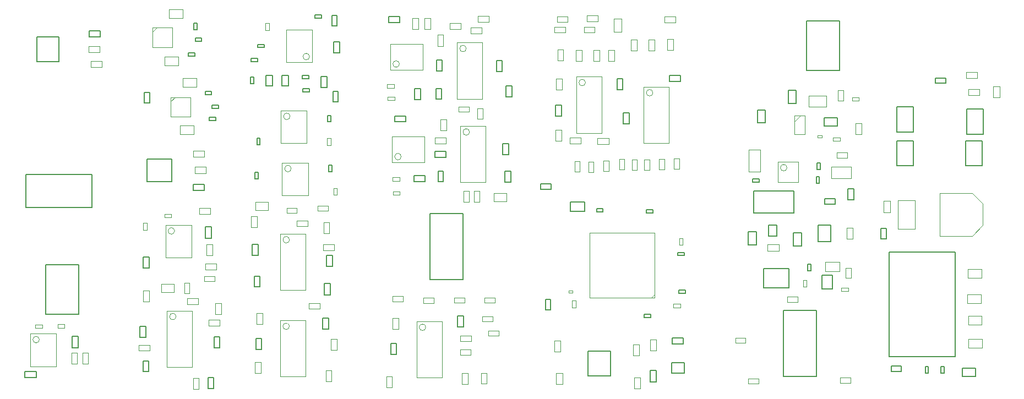
<source format=gbr>
%TF.GenerationSoftware,Altium Limited,Altium Designer,25.7.1 (20)*%
G04 Layer_Color=16711935*
%FSLAX45Y45*%
%MOMM*%
%TF.SameCoordinates,D8C98939-B5AC-4A14-9F93-74B2487226E3*%
%TF.FilePolarity,Positive*%
%TF.FileFunction,Other,Top_3D_Body*%
%TF.Part,Single*%
G01*
G75*
%TA.AperFunction,NonConductor*%
%ADD120C,0.20000*%
%ADD122C,0.10000*%
D120*
X3143500Y3701500D02*
Y4463500D01*
X3651500D01*
Y3701500D02*
Y4463500D01*
X3143500Y3701500D02*
X3651500D01*
X7565000Y6967565D02*
X7645000D01*
Y7127565D01*
X7565000D02*
X7645000D01*
X7565000Y6967565D02*
Y7127565D01*
X7547500Y8299998D02*
X7627500D01*
X7547500Y8139998D02*
Y8299998D01*
Y8139998D02*
X7627500D01*
Y8299998D01*
X15285065Y5400000D02*
Y5480000D01*
X15125066D02*
X15285065D01*
X15125066Y5400000D02*
Y5480000D01*
Y5400000D02*
X15285065D01*
X9150000Y7012999D02*
X9230000D01*
Y7172999D01*
X9150000D02*
X9230000D01*
X9150000Y7012999D02*
Y7172999D01*
X9180000Y5744935D02*
X9260000D01*
Y5904935D01*
X9180000D02*
X9260000D01*
X9180000Y5744935D02*
Y5904935D01*
X6357500Y4124937D02*
X6437500D01*
Y4284937D01*
X6357500D02*
X6437500D01*
X6357500Y4124937D02*
Y4284937D01*
X4647500Y2819935D02*
X4727500D01*
Y2979935D01*
X4647500D02*
X4727500D01*
X4647500Y2819935D02*
Y2979935D01*
X15353999Y7455500D02*
Y8217500D01*
X14846001Y7455500D02*
X15353999D01*
X14846001D02*
Y8217500D01*
X15353999D01*
X14089999Y6845000D02*
X14214999D01*
X14089999Y6645000D02*
Y6845000D01*
Y6645000D02*
X14214999D01*
Y6845000D01*
X16830186Y7257500D02*
Y7337500D01*
Y7257500D02*
X16990187D01*
Y7337500D01*
X16830186D02*
X16990187D01*
X10760000Y5627500D02*
Y5707500D01*
Y5627500D02*
X10920000D01*
Y5707500D01*
X10760000D02*
X10920000D01*
X10832500Y3767500D02*
X10912500D01*
Y3927500D01*
X10832500D02*
X10912500D01*
X10832500Y3767500D02*
Y3927500D01*
X15992500Y4860000D02*
X16072501D01*
Y5020000D01*
X15992500D02*
X16072501D01*
X15992500Y4860000D02*
Y5020000D01*
X16117499Y3047502D02*
Y4662500D01*
Y3047502D02*
X17132498D01*
Y4662500D01*
X16117499D02*
X17132498D01*
X14862500Y4374998D02*
X14912497D01*
Y4474997D01*
X14862500D02*
X14912497D01*
X14862500Y4374998D02*
Y4474997D01*
X15045000Y5717860D02*
Y5817860D01*
X14995003Y5717860D02*
X15045000D01*
X14995003D02*
Y5817860D01*
X15045000D01*
X15082497Y4090004D02*
Y4300001D01*
Y4090004D02*
X15242496D01*
Y4300001D01*
X15082497D02*
X15242496D01*
X12447504Y3652505D02*
Y3702502D01*
X12347504D02*
X12447504D01*
X12347504Y3652505D02*
Y3702502D01*
Y3652505D02*
X12447504D01*
X7670002Y7724938D02*
Y7889936D01*
X7575001Y7724938D02*
X7670002D01*
X7575001D02*
Y7889936D01*
X7670002D01*
X7285355Y8257499D02*
Y8307497D01*
Y8257499D02*
X7385355D01*
Y8307497D01*
X7285355D02*
X7385355D01*
X5597505Y7132498D02*
X5697504D01*
Y7082500D02*
Y7132498D01*
X5597505Y7082500D02*
X5697504D01*
X5597505D02*
Y7132498D01*
X14262502Y4902500D02*
X14392503D01*
X14262502D02*
Y5072502D01*
X14392503D01*
Y4902500D02*
Y5072502D01*
X12767498Y2799999D02*
Y2959999D01*
Y2799999D02*
X12967497D01*
Y2959999D01*
X12767498D02*
X12967497D01*
X17290997Y5987001D02*
Y6372999D01*
X17548000D01*
Y5987001D02*
Y6372999D01*
X17290997Y5987001D02*
X17548000D01*
X17306001Y6474501D02*
X17562999D01*
Y6860499D01*
X17306001D02*
X17562999D01*
X17306001Y6474501D02*
Y6860499D01*
X17442622Y2750002D02*
Y2875001D01*
X17242622D02*
X17442622D01*
X17242622Y2750002D02*
Y2875001D01*
Y2750002D02*
X17442622D01*
X16670625Y2894787D02*
X16720622D01*
X16670625Y2794787D02*
Y2894787D01*
Y2794787D02*
X16720622D01*
Y2894787D01*
X16912502Y2799786D02*
Y2899785D01*
X16962498D01*
Y2799786D02*
Y2899785D01*
X16912502Y2799786D02*
X16962498D01*
X14488998Y2746502D02*
Y3762502D01*
X14996999D01*
Y2746502D02*
Y3762502D01*
X14488998Y2746502D02*
X14996999D01*
X4660002Y6957500D02*
Y7112501D01*
X4745001D01*
Y6957500D02*
Y7112501D01*
X4660002Y6957500D02*
X4745001D01*
X9299997Y6114999D02*
Y6204996D01*
X9130000D02*
X9299997D01*
X9130000Y6114999D02*
Y6204996D01*
Y6114999D02*
X9299997D01*
X8817503Y7175002D02*
X8907501D01*
X8817503Y7005000D02*
Y7175002D01*
Y7005000D02*
X8907501D01*
Y7175002D01*
X5640004Y2562499D02*
X5730001D01*
Y2732496D01*
X5640004D02*
X5730001D01*
X5640004Y2562499D02*
Y2732496D01*
X11617503Y5327499D02*
X11717503D01*
Y5277502D02*
Y5327499D01*
X11617503Y5277502D02*
X11717503D01*
X11617503D02*
Y5327499D01*
X14032500Y5262499D02*
X14652498D01*
X14032500D02*
Y5602498D01*
X14652498D01*
Y5262499D02*
Y5602498D01*
X13952499Y4972375D02*
X14077498D01*
X13952499Y4772376D02*
Y4972375D01*
Y4772376D02*
X14077498D01*
Y4972375D01*
X14185001Y4112499D02*
X14575003D01*
X14185001D02*
Y4402501D01*
X14575003D01*
Y4112499D02*
Y4402501D01*
X15119878Y6600002D02*
Y6725001D01*
Y6600002D02*
X15319878D01*
Y6725001D01*
X15119878D02*
X15319878D01*
X14562502Y6945000D02*
X14687502D01*
Y7144999D01*
X14562502D02*
X14687502D01*
X14562502Y6945000D02*
Y7144999D01*
X15575002Y5459999D02*
Y5630001D01*
X15485004Y5459999D02*
X15575002D01*
X15485004D02*
Y5630001D01*
X15575002D01*
X14019643Y5735000D02*
X14119643D01*
X14019643D02*
Y5784997D01*
X14119643D01*
Y5735000D02*
Y5784997D01*
X16148460Y2905003D02*
X16303462D01*
Y2819999D02*
Y2905003D01*
X16148460Y2819999D02*
X16303462D01*
X16148460D02*
Y2905003D01*
X15007504Y6027506D02*
X15057501D01*
X15007504Y5927507D02*
Y6027506D01*
Y5927507D02*
X15057501D01*
Y6027506D01*
X16234000Y6890502D02*
X16491000D01*
X16234000Y6504498D02*
Y6890502D01*
Y6504498D02*
X16491000D01*
Y6890502D01*
X16231001Y5986998D02*
X16487999D01*
Y6373002D01*
X16231001D02*
X16487999D01*
X16231001Y5986998D02*
Y6373002D01*
X6377503Y3160001D02*
Y3329998D01*
X6467500D01*
Y3160001D02*
Y3329998D01*
X6377503Y3160001D02*
X6467500D01*
X9561500Y4239499D02*
Y5255499D01*
X9053500Y4239499D02*
X9561500D01*
X9053500D02*
Y5255499D01*
X9561500D01*
X12879646Y4077499D02*
X12979646D01*
Y4027501D02*
Y4077499D01*
X12879646Y4027501D02*
X12979646D01*
X12879646D02*
Y4077499D01*
X7462500Y4610003D02*
X7552497D01*
X7462500Y4440001D02*
Y4610003D01*
Y4440001D02*
X7552497D01*
Y4610003D01*
X6304783Y7589998D02*
X6404783D01*
X6304783D02*
Y7640000D01*
X6404783D01*
Y7589998D02*
Y7640000D01*
X7497501Y3472500D02*
Y3642497D01*
X7407504Y3472500D02*
X7497501D01*
X7407504D02*
Y3642497D01*
X7497501D01*
X5822498Y3187502D02*
Y3357504D01*
X5732501Y3187502D02*
X5822498D01*
X5732501D02*
Y3357504D01*
X5822498D01*
X6405001Y7805003D02*
Y7855001D01*
Y7805003D02*
X6505001D01*
Y7855001D01*
X6405001D02*
X6505001D01*
X6292499Y7347499D02*
X6342502D01*
X6292499Y7247499D02*
Y7347499D01*
Y7247499D02*
X6342502D01*
Y7347499D01*
X7197283Y7120001D02*
Y7169998D01*
X7097283D02*
X7197283D01*
X7097283Y7120001D02*
Y7169998D01*
Y7120001D02*
X7197283D01*
X6780002Y7380000D02*
X6875003D01*
X6780002Y7214997D02*
Y7380000D01*
Y7214997D02*
X6875003D01*
Y7380000D01*
X7192498Y7324999D02*
Y7375002D01*
X7092498D02*
X7192498D01*
X7092498Y7324999D02*
Y7375002D01*
Y7324999D02*
X7192498D01*
X7380000Y7357501D02*
X7475002D01*
X7380000Y7192503D02*
Y7357501D01*
Y7192503D02*
X7475002D01*
Y7357501D01*
X6534998Y7380000D02*
X6629999D01*
X6534998Y7215002D02*
Y7380000D01*
Y7215002D02*
X6629999D01*
Y7380000D01*
X2840000Y5346499D02*
Y5854499D01*
Y5346499D02*
X3856000D01*
Y5854499D01*
X2840000D02*
X3856000D01*
X3812499Y7972003D02*
X3982501D01*
X3812499D02*
Y8062000D01*
X3982501D01*
Y7972003D02*
Y8062000D01*
X3007004Y7587000D02*
Y7968000D01*
X3350000D01*
Y7587000D02*
Y7968000D01*
X3007004Y7587000D02*
X3350000D01*
X12952501Y3245002D02*
Y3335000D01*
X12782499D02*
X12952501D01*
X12782499Y3245002D02*
Y3335000D01*
Y3245002D02*
X12952501D01*
X4734997Y4412498D02*
Y4582495D01*
X4645000Y4412498D02*
X4734997D01*
X4645000D02*
Y4582495D01*
X4734997D01*
X15020000Y5072497D02*
X15220000D01*
X15020000Y4822500D02*
Y5072497D01*
Y4822500D02*
X15220000D01*
Y5072497D01*
X14645000Y4755083D02*
Y4955083D01*
X14769998D01*
Y4755083D02*
Y4955083D01*
X14645000Y4755083D02*
X14769998D01*
X11828003Y2756499D02*
Y3137499D01*
X11485006Y2756499D02*
X11828003D01*
X11485006D02*
Y3137499D01*
X11828003D01*
X11437503Y5287503D02*
Y5432506D01*
X11217499D02*
X11437503D01*
X11217499Y5287503D02*
Y5432506D01*
Y5287503D02*
X11437503D01*
X12384649Y5307498D02*
X12484649D01*
Y5257500D02*
Y5307498D01*
X12384649Y5257500D02*
X12484649D01*
X12384649D02*
Y5307498D01*
X12963210Y4604995D02*
Y4654992D01*
X12863210D02*
X12963210D01*
X12863210Y4604995D02*
Y4654992D01*
Y4604995D02*
X12963210D01*
X12535002Y2664998D02*
Y2834996D01*
X12445004Y2664998D02*
X12535002D01*
X12445004D02*
Y2834996D01*
X12535002D01*
X12120001Y6629999D02*
Y6800002D01*
X12030004Y6629999D02*
X12120001D01*
X12030004D02*
Y6800002D01*
X12120001D01*
X12740000Y7377501D02*
X12909998D01*
Y7287504D02*
Y7377501D01*
X12740000Y7287504D02*
X12909998D01*
X12740000D02*
Y7377501D01*
X11929999Y7324994D02*
X12019996D01*
X11929999Y7154997D02*
Y7324994D01*
Y7154997D02*
X12019996D01*
Y7324994D01*
X10297499Y5737495D02*
Y5907497D01*
X10207501Y5737495D02*
X10297499D01*
X10207501D02*
Y5907497D01*
X10297499D01*
X8512500Y6662501D02*
X8682497D01*
X8512500D02*
Y6752499D01*
X8682497D01*
Y6662501D02*
Y6752499D01*
X8812500Y5835000D02*
X8982497D01*
Y5745002D02*
Y5835000D01*
X8812500Y5745002D02*
X8982497D01*
X8812500D02*
Y5835000D01*
X10172501Y6159998D02*
Y6330000D01*
X10262499D01*
Y6159998D02*
Y6330000D01*
X10172501Y6159998D02*
X10262499D01*
X11074999Y6752502D02*
Y6922499D01*
X10985002Y6752502D02*
X11074999D01*
X10985002D02*
Y6922499D01*
X11074999D01*
X10312499Y7047504D02*
Y7217501D01*
X10222502Y7047504D02*
X10312499D01*
X10222502D02*
Y7217501D01*
X10312499D01*
X10077501Y7432502D02*
Y7602499D01*
X10167498D01*
Y7432502D02*
Y7602499D01*
X10077501Y7432502D02*
X10167498D01*
X6392499Y6412149D02*
X6442497D01*
X6392499Y6312149D02*
Y6412149D01*
Y6312149D02*
X6442497D01*
Y6412149D01*
X7500203Y5995218D02*
X7550201D01*
X7500203Y5895218D02*
Y5995218D01*
Y5895218D02*
X7550201D01*
Y5995218D01*
X6365001Y5784997D02*
X6414999D01*
Y5884997D01*
X6365001D02*
X6414999D01*
X6365001Y5784997D02*
Y5884997D01*
X7480000Y6662857D02*
X7529998D01*
Y6762857D01*
X7480000D02*
X7529998D01*
X7480000Y6662857D02*
Y6762857D01*
X9567499Y3510001D02*
Y3679998D01*
X9477502Y3510001D02*
X9567499D01*
X9477502D02*
Y3679998D01*
X9567499D01*
X8542498Y3085003D02*
Y3255000D01*
X8452500Y3085003D02*
X8542498D01*
X8452500D02*
Y3255000D01*
X8542498D01*
X3555001Y3190004D02*
Y3360001D01*
X3644999D01*
Y3190004D02*
Y3360001D01*
X3555001Y3190004D02*
X3644999D01*
X7522500Y4002496D02*
Y4172499D01*
X7432502Y4002496D02*
X7522500D01*
X7432502D02*
Y4172499D01*
X7522500D01*
X5599999Y4875002D02*
Y5044999D01*
X5689996D01*
Y4875002D02*
Y5044999D01*
X5599999Y4875002D02*
X5689996D01*
X6412499Y4609998D02*
Y4779996D01*
X6322502Y4609998D02*
X6412499D01*
X6322502D02*
Y4779996D01*
X6412499D01*
X8592497Y8192503D02*
Y8282500D01*
X8422500D02*
X8592497D01*
X8422500Y8192503D02*
Y8282500D01*
Y8192503D02*
X8592497D01*
X9152504Y7447504D02*
X9242501D01*
Y7617501D01*
X9152504D02*
X9242501D01*
X9152504Y7447504D02*
Y7617501D01*
X4595000Y3345003D02*
X4684998D01*
Y3515000D01*
X4595000D02*
X4684998D01*
X4595000Y3345003D02*
Y3515000D01*
X2827498Y2730002D02*
Y2819999D01*
Y2730002D02*
X2997495D01*
Y2819999D01*
X2827498D02*
X2997495D01*
X4704502Y5745002D02*
Y6088004D01*
Y5745002D02*
X5085502D01*
Y6088004D01*
X4704502D02*
X5085502D01*
X5420004Y8079994D02*
X5470002D01*
Y8179994D01*
X5420004D02*
X5470002D01*
X5420004Y8079994D02*
Y8179994D01*
X5337500Y7675001D02*
Y7724999D01*
Y7675001D02*
X5437500D01*
Y7724999D01*
X5337500D02*
X5437500D01*
X5659648Y6732499D02*
X5759648D01*
Y6682501D02*
Y6732499D01*
X5659648Y6682501D02*
X5759648D01*
X5659648D02*
Y6732499D01*
X5444822Y7902504D02*
Y7952501D01*
Y7902504D02*
X5544822D01*
Y7952501D01*
X5444822D02*
X5544822D01*
X5702502Y6870004D02*
Y6920001D01*
Y6870004D02*
X5802502D01*
Y6920001D01*
X5702502D02*
X5802502D01*
X5580004Y5607502D02*
Y5697499D01*
X5410002D02*
X5580004D01*
X5410002Y5607502D02*
Y5697499D01*
Y5607502D02*
X5580004D01*
D122*
X14544830Y5957367D02*
G03*
X14544830Y5957367I-50000J0D01*
G01*
X7202498Y7666500D02*
G03*
X7202498Y7666500I-50000J0D01*
G01*
X11444998Y7266500D02*
G03*
X11444998Y7266500I-50000J0D01*
G01*
X8584498Y7552498D02*
G03*
X8584498Y7552498I-50000J0D01*
G01*
X9612501Y7791500D02*
G03*
X9612501Y7791500I-50000J0D01*
G01*
X8612500Y6127501D02*
G03*
X8612500Y6127501I-50000J0D01*
G01*
X5127499Y4984499D02*
G03*
X5127499Y4984499I-50000J0D01*
G01*
X3047500Y3312002D02*
G03*
X3047500Y3312002I-50000J0D01*
G01*
X9662500Y6507500D02*
G03*
X9662500Y6507500I-50000J0D01*
G01*
X6894500Y4848699D02*
G03*
X6894500Y4848699I-50000J0D01*
G01*
X5149997Y3667500D02*
G03*
X5149997Y3667500I-50000J0D01*
G01*
X6892344Y3517345D02*
G03*
X6892344Y3517345I-50000J0D01*
G01*
X8990000Y3502500D02*
G03*
X8990000Y3502500I-50000J0D01*
G01*
X6902500Y6747500D02*
G03*
X6902500Y6747500I-50000J0D01*
G01*
X12482500Y7110000D02*
G03*
X12482500Y7110000I-50000J0D01*
G01*
X6920002Y5943502D02*
G03*
X6920002Y5943502I-50000J0D01*
G01*
X15360001Y6367500D02*
Y6422500D01*
X15255000Y6367500D02*
Y6422500D01*
Y6367500D02*
X15360001D01*
X15255000Y6422500D02*
X15360001D01*
X5045000Y8255000D02*
X5255000D01*
X5045000Y8390000D02*
X5255000D01*
Y8255000D02*
Y8390000D01*
X5045000Y8255000D02*
Y8390000D01*
X17335001Y3320000D02*
X17545000D01*
X17335001Y3185000D02*
X17545000D01*
X17335001D02*
Y3320000D01*
X17545000Y3185000D02*
Y3320000D01*
X17332500Y3677500D02*
X17542500D01*
X17332500Y3542500D02*
X17542500D01*
X17332500D02*
Y3677500D01*
X17542500Y3542500D02*
Y3677500D01*
X17327499Y4400000D02*
X17537500D01*
X17327499Y4265000D02*
X17537500D01*
X17327499D02*
Y4400000D01*
X17537500Y4265000D02*
Y4400000D01*
X17322501Y4010000D02*
X17532500D01*
X17322501Y3875000D02*
X17532500D01*
X17322501D02*
Y4010000D01*
X17532500Y3875000D02*
Y4010000D01*
X5255000Y7337500D02*
X5465000D01*
X5255000Y7202500D02*
X5465000D01*
X5255000D02*
Y7337500D01*
X5465000Y7202500D02*
Y7337500D01*
X5215000Y6467500D02*
X5425000D01*
X5215000Y6602500D02*
X5425000D01*
Y6467500D02*
Y6602500D01*
X5215000Y6467500D02*
Y6602500D01*
X4975000Y7530000D02*
X5185000D01*
X4975000Y7665000D02*
X5185000D01*
Y7530000D02*
Y7665000D01*
X4975000Y7530000D02*
Y7665000D01*
X9850000Y8022500D02*
Y8112500D01*
X9680000Y8022500D02*
Y8112500D01*
Y8022500D02*
X9850000D01*
X9680000Y8112500D02*
X9850000D01*
X11207498Y6327500D02*
Y6417500D01*
X11377498Y6327500D02*
Y6417500D01*
X11207498D02*
X11377498D01*
X11207498Y6327500D02*
X11377498D01*
X7172500Y5055000D02*
Y5145000D01*
X7002500Y5055000D02*
Y5145000D01*
Y5055000D02*
X7172500D01*
X7002500Y5145000D02*
X7172500D01*
X5487500Y3855000D02*
Y3945000D01*
X5317500Y3855000D02*
Y3945000D01*
Y3855000D02*
X5487500D01*
X5317500Y3945000D02*
X5487500D01*
X11512001Y3958499D02*
X12511999D01*
X11512001D02*
Y4958497D01*
X12511999D01*
Y3958499D02*
Y4958497D01*
X12462002Y3958499D02*
X12511999Y4008496D01*
X17300000Y7335000D02*
Y7430000D01*
X17470000Y7335000D02*
Y7430000D01*
X17300000D02*
X17470000D01*
X17300000Y7335000D02*
X17470000D01*
X17507500Y7072500D02*
Y7167500D01*
X17337500Y7072500D02*
Y7167500D01*
Y7072500D02*
X17507500D01*
X17337500Y7167500D02*
X17507500D01*
X17720000Y7037500D02*
X17814999D01*
X17720000Y7207500D02*
X17814999D01*
X17720000Y7037500D02*
Y7207500D01*
X17814999Y7037500D02*
Y7207500D01*
X16035001Y5442500D02*
X16130000D01*
X16035001Y5272500D02*
X16130000D01*
Y5442500D01*
X16035001Y5272500D02*
Y5442500D01*
X5070000Y6977501D02*
X5135003Y7042505D01*
X5070000Y6742500D02*
Y7042505D01*
Y6742500D02*
X5370004D01*
Y7042505D01*
X5070000D02*
X5370004D01*
X6850000Y5340000D02*
X7010000D01*
X6850000Y5260000D02*
Y5340000D01*
Y5260000D02*
X7010000D01*
Y5340000D01*
X4789998Y8044998D02*
X4854997Y8109996D01*
X4789998Y7809997D02*
Y8109996D01*
Y7809997D02*
X5089997D01*
Y8109996D01*
X4789998D02*
X5089997D01*
X11427500Y8040000D02*
X11587500D01*
Y8120000D01*
X11427500D02*
X11587500D01*
X11427500Y8040000D02*
Y8120000D01*
X9497500Y6815000D02*
X9657500D01*
Y6895000D01*
X9497500D02*
X9657500D01*
X9497500Y6815000D02*
Y6895000D01*
X7325000Y5292500D02*
X7485001D01*
Y5372500D01*
X7325000D02*
X7485001D01*
X7325000Y5292500D02*
Y5372500D01*
X5585000Y4287500D02*
X5745000D01*
X5585000Y4207500D02*
Y4287500D01*
Y4207500D02*
X5745000D01*
Y4287500D01*
X11010000Y8200000D02*
X11170000D01*
Y8280000D01*
X11010000D02*
X11170000D01*
X11010000Y8200000D02*
Y8280000D01*
X5278498Y4028459D02*
Y4188459D01*
Y4028459D02*
X5358498D01*
Y4188459D01*
X5278498D02*
X5358498D01*
X9865000Y6710000D02*
Y6870000D01*
X9785000D02*
X9865000D01*
X9785000Y6710000D02*
Y6870000D01*
Y6710000D02*
X9865000D01*
X14404832Y5737367D02*
Y6047369D01*
X14714835Y5737367D02*
Y6047369D01*
X14404832D02*
X14714835D01*
X14404832Y5737367D02*
X14714835D01*
X11188501Y4066501D02*
X11251503D01*
X11188501Y4033501D02*
X11251503D01*
X11188501D02*
Y4066501D01*
X11251503Y4033501D02*
Y4066501D01*
X6842501Y8076504D02*
X7242500D01*
X6842501Y7576500D02*
X7242500D01*
X6842501D02*
Y8076504D01*
X7242500Y7576500D02*
Y8076504D01*
X2987501Y3490002D02*
Y3544998D01*
X3092505Y3490002D02*
Y3544998D01*
X2987501D02*
X3092505D01*
X2987501Y3490002D02*
X3092505D01*
X9357502Y8090004D02*
X9527500D01*
X9357502Y8180001D02*
X9527500D01*
Y8090004D02*
Y8180001D01*
X9357502Y8090004D02*
Y8180001D01*
X7572504Y5537497D02*
X7627500D01*
X7572504Y5642501D02*
X7627500D01*
X7572504Y5537497D02*
Y5642501D01*
X7627500Y5537497D02*
Y5642501D01*
X13950000Y2635000D02*
X14110001D01*
X13950000D02*
Y2715000D01*
X14110001D01*
Y2635000D02*
Y2715000D01*
X13750000Y3260000D02*
X13910001D01*
X13750000D02*
Y3340000D01*
X13910001D01*
Y3260000D02*
Y3340000D01*
X14547501Y3972500D02*
X14707500D01*
Y3892500D02*
Y3972500D01*
X14547501Y3892500D02*
X14707500D01*
X14547501D02*
Y3972500D01*
X15364999Y2727500D02*
X15525000D01*
Y2647500D02*
Y2727500D01*
X15364999Y2647500D02*
X15525000D01*
X15364999D02*
Y2727500D01*
X15314999Y6110000D02*
X15475000D01*
X15314999D02*
Y6190000D01*
X15475000D01*
Y6110000D02*
Y6190000D01*
X15530991Y4257546D02*
Y4417546D01*
X15450990Y4257546D02*
X15530991D01*
X15450990D02*
Y4417546D01*
X15530991D01*
X8482498Y5752506D02*
X8587501D01*
X8482498Y5807502D02*
X8587501D01*
Y5752506D02*
Y5807502D01*
X8482498Y5752506D02*
Y5807502D01*
X8397498Y7237498D02*
X8502501D01*
X8397498Y7182502D02*
X8502501D01*
X8397498D02*
Y7237498D01*
X8502501Y7182502D02*
Y7237498D01*
X4702500Y5000000D02*
Y5105004D01*
X4647504Y5000000D02*
Y5105004D01*
X4702500D01*
X4647504Y5000000D02*
X4702500D01*
X8477499Y3899997D02*
Y3979997D01*
X8637499D01*
Y3899997D02*
Y3979997D01*
X8477499Y3899997D02*
X8637499D01*
X6527503Y8074999D02*
X6582499D01*
X6527503Y8180003D02*
X6582499D01*
X6527503Y8074999D02*
Y8180003D01*
X6582499Y8074999D02*
Y8180003D01*
X11304996Y6491498D02*
Y7356500D01*
X11694998Y6491498D02*
Y7356500D01*
X11304996D02*
X11694998D01*
X11304996Y6491498D02*
X11694998D01*
X14844997Y4125005D02*
Y4225005D01*
X14795000Y4125005D02*
X14844997D01*
X14795000D02*
Y4225005D01*
X14844997D01*
X15135997Y4362501D02*
X15356001D01*
X15135997Y4507504D02*
X15356001D01*
Y4362501D02*
Y4507504D01*
X15135997Y4362501D02*
Y4507504D01*
X15382501Y4109999D02*
X15487505D01*
X15382501Y4055003D02*
X15487505D01*
X15382501D02*
Y4109999D01*
X15487505Y4055003D02*
Y4109999D01*
X12442495Y3315000D02*
X12532497D01*
X12442495Y3144998D02*
X12532497D01*
Y3315000D01*
X12442495Y3144998D02*
Y3315000D01*
X5755002Y3869996D02*
X5844999D01*
X5755002Y3699998D02*
X5844999D01*
Y3869996D01*
X5755002Y3699998D02*
Y3869996D01*
X8382503Y2580000D02*
Y2750002D01*
X8472500Y2580000D02*
Y2750002D01*
X8382503Y2580000D02*
X8472500D01*
X8382503Y2750002D02*
X8472500D01*
X8444499Y7462500D02*
X8944498D01*
X8444499Y7862499D02*
X8944498D01*
X8444499Y7462500D02*
Y7862499D01*
X8944498Y7462500D02*
Y7862499D01*
X9472498Y7016501D02*
Y7881503D01*
X9862500Y7016501D02*
Y7881503D01*
X9472498D02*
X9862500D01*
X9472498Y7016501D02*
X9862500D01*
X8472500Y6037499D02*
X8972504D01*
X8472500Y6437498D02*
X8972504D01*
X8472500Y6037499D02*
Y6437498D01*
X8972504Y6037499D02*
Y6437498D01*
X4987498Y4574499D02*
X5387497D01*
X4987498Y5074503D02*
X5387497D01*
Y4574499D02*
Y5074503D01*
X4987498Y4574499D02*
Y5074503D01*
X2907497Y2902001D02*
X3307497D01*
X2907497Y3402005D02*
X3307497D01*
Y2902001D02*
Y3402005D01*
X2907497Y2902001D02*
Y3402005D01*
X9522501Y5732501D02*
X9912502D01*
X9522501Y6597503D02*
X9912502D01*
Y5732501D02*
Y6597503D01*
X9522501Y5732501D02*
Y6597503D01*
X6754500Y4073698D02*
X7144502D01*
X6754500Y4938700D02*
X7144502D01*
Y4073698D02*
Y4938700D01*
X6754500Y4073698D02*
Y4938700D01*
X5009998Y2892501D02*
X5399999D01*
X5009998Y3757503D02*
X5399999D01*
Y2892501D02*
Y3757503D01*
X5009998Y2892501D02*
Y3757503D01*
X8877498Y8087503D02*
Y8257500D01*
X8787501Y8087503D02*
Y8257500D01*
X8877498D01*
X8787501Y8087503D02*
X8877498D01*
X9657497Y5432501D02*
Y5602498D01*
X9567499Y5432501D02*
Y5602498D01*
X9657497D01*
X9567499Y5432501D02*
X9657497D01*
X5602503Y4392503D02*
Y4482501D01*
X5772501Y4392503D02*
Y4482501D01*
X5602503D02*
X5772501D01*
X5602503Y4392503D02*
X5772501D01*
X3540003Y3107502D02*
X3630000D01*
X3540003Y2937500D02*
X3630000D01*
Y3107502D01*
X3540003Y2937500D02*
Y3107502D01*
X5410002Y2550003D02*
X5499999D01*
X5410002Y2720000D02*
X5499999D01*
X5410002Y2550003D02*
Y2720000D01*
X5499999Y2550003D02*
Y2720000D01*
X15224998Y5792500D02*
X15529997D01*
X15224998Y5967501D02*
X15529997D01*
X15224998Y5792500D02*
Y5967501D01*
X15529997Y5792500D02*
Y5967501D01*
X14880997Y7060001D02*
X15150998D01*
X14880997Y6895003D02*
Y7060001D01*
Y6895003D02*
X15150998D01*
Y7060001D01*
X15015001Y6452501D02*
X15080000D01*
X15015001Y6417499D02*
X15080000D01*
X15015001D02*
Y6452501D01*
X15080000Y6417499D02*
Y6452501D01*
X15650003Y6985002D02*
Y7039998D01*
X15545000Y6985002D02*
Y7039998D01*
Y6985002D02*
X15650003D01*
X15545000Y7039998D02*
X15650003D01*
X15602504Y6467500D02*
X15692500D01*
X15602504Y6637503D02*
X15692500D01*
X15602504Y6467500D02*
Y6637503D01*
X15692500Y6467500D02*
Y6637503D01*
X14657497Y6662501D02*
X14752498Y6757497D01*
X14657497Y6467500D02*
Y6757497D01*
Y6467500D02*
X14817500D01*
Y6757497D01*
X14657497D02*
X14817500D01*
X15412502Y6987502D02*
Y7147501D01*
X15332501D02*
X15412502D01*
X15332501Y6987502D02*
Y7147501D01*
Y6987502D02*
X15412502D01*
X12195002Y2730000D02*
X12289998D01*
X12195002Y2560003D02*
X12289998D01*
Y2730000D01*
X12195002Y2560003D02*
Y2730000D01*
X16897498Y4907498D02*
Y5567502D01*
X17392497D01*
X17557501Y5402499D01*
Y5072502D02*
Y5402499D01*
X17392497Y4907498D02*
X17557501Y5072502D01*
X16897498Y4907498D02*
X17392497D01*
X16512505Y5018999D02*
Y5451003D01*
X16252499Y5018999D02*
Y5451003D01*
Y5018999D02*
X16512505D01*
X16252499Y5451003D02*
X16512505D01*
X13953236Y6231814D02*
X14133237D01*
X13953236Y5891809D02*
X14133237D01*
Y6231814D01*
X13953236Y5891809D02*
Y6231814D01*
X12147499Y7757500D02*
Y7927497D01*
X12237496Y7757500D02*
Y7927497D01*
X12147499Y7757500D02*
X12237496D01*
X12147499Y7927497D02*
X12237496D01*
X6752346Y2742341D02*
Y3607344D01*
X7142348Y2742341D02*
Y3607344D01*
X6752346D02*
X7142348D01*
X6752346Y2742341D02*
X7142348D01*
X8850000Y2727498D02*
Y3592500D01*
X9240002Y2727498D02*
Y3592500D01*
X8850000D02*
X9240002D01*
X8850000Y2727498D02*
X9240002D01*
X7452502Y2672502D02*
X7542500D01*
X7452502Y2842504D02*
X7542500D01*
X7452502Y2672502D02*
Y2842504D01*
X7542500Y2672502D02*
Y2842504D01*
X6365001Y2800005D02*
Y2970002D01*
X6454999Y2800005D02*
Y2970002D01*
X6365001Y2800005D02*
X6454999D01*
X6365001Y2970002D02*
X6454999D01*
X6762501Y6337503D02*
X7162500D01*
X6762501Y6837502D02*
X7162500D01*
Y6337503D02*
Y6837502D01*
X6762501Y6337503D02*
Y6837502D01*
X3804996Y7829499D02*
X3974998D01*
X3804996Y7734503D02*
X3974998D01*
X3804996D02*
Y7829499D01*
X3974998Y7734503D02*
Y7829499D01*
X3839997Y7599502D02*
X4009999D01*
X3839997Y7504506D02*
X4009999D01*
X3839997D02*
Y7599502D01*
X4009999Y7504506D02*
Y7599502D01*
X14247501Y4774997D02*
X14422501D01*
X14247501Y4680001D02*
X14422501D01*
X14247501D02*
Y4774997D01*
X14422501Y4680001D02*
Y4774997D01*
X11062497Y3125002D02*
Y3295004D01*
X10967501Y3125002D02*
Y3295004D01*
X11062497D01*
X10967501Y3125002D02*
X11062497D01*
X12269998Y3064998D02*
Y3235000D01*
X12175002Y3064998D02*
Y3235000D01*
X12269998D01*
X12175002Y3064998D02*
X12269998D01*
X11092501Y2627498D02*
Y2797501D01*
X10997505Y2627498D02*
Y2797501D01*
X11092501D01*
X10997505Y2627498D02*
X11092501D01*
X12942499Y4767499D02*
Y4872502D01*
X12887498Y4767499D02*
Y4872502D01*
X12942499D01*
X12887498Y4767499D02*
X12942499D01*
X11297498Y3807501D02*
Y3912499D01*
X11242502Y3807501D02*
Y3912499D01*
X11297498D01*
X11242502Y3807501D02*
X11297498D01*
X12799749Y3862752D02*
X12904749D01*
X12799749Y3807751D02*
X12904749D01*
X12799749D02*
Y3862752D01*
X12904749Y3807751D02*
Y3862752D01*
X11277502Y6054999D02*
X11357502D01*
Y5894999D02*
Y6054999D01*
X11277502Y5894999D02*
X11357502D01*
X11277502D02*
Y6054999D01*
X11490001Y6047504D02*
X11570000D01*
Y5887499D02*
Y6047504D01*
X11490001Y5887499D02*
X11570000D01*
X11490001D02*
Y6047504D01*
X12580000Y6090001D02*
X12660000D01*
Y5930001D02*
Y6090001D01*
X12580000Y5930001D02*
X12660000D01*
X12580000D02*
Y6090001D01*
X12352503Y6082502D02*
X12432502D01*
Y5922498D02*
Y6082502D01*
X12352503Y5922498D02*
X12432502D01*
X12352503D02*
Y6082502D01*
X12807498Y6094994D02*
X12887498D01*
Y5934994D02*
Y6094994D01*
X12807498Y5934994D02*
X12887498D01*
X12807498D02*
Y6094994D01*
X12160002Y6077502D02*
X12240002D01*
Y5917503D02*
Y6077502D01*
X12160002Y5917503D02*
X12240002D01*
X12160002D02*
Y6077502D01*
X11965001Y6092503D02*
X12045001D01*
Y5932503D02*
Y6092503D01*
X11965001Y5932503D02*
X12045001D01*
X11965001D02*
Y6092503D01*
X11725001Y6067503D02*
X11805001D01*
Y5907503D02*
Y6067503D01*
X11725001Y5907503D02*
X11805001D01*
X11725001D02*
Y6067503D01*
X11467501Y8207502D02*
X11637503D01*
X11467501Y8297499D02*
X11637503D01*
Y8207502D02*
Y8297499D01*
X11467501Y8207502D02*
Y8297499D01*
X12342500Y6334999D02*
X12732502D01*
X12342500Y7200001D02*
X12732502D01*
Y6334999D02*
Y7200001D01*
X12342500Y6334999D02*
Y7200001D01*
X12832503Y8190001D02*
Y8279999D01*
X12662499Y8190001D02*
Y8279999D01*
Y8190001D02*
X12832503D01*
X12662499Y8279999D02*
X12832503D01*
X12415098Y7927396D02*
X12505096D01*
X12415098Y7757399D02*
X12505096D01*
Y7927396D01*
X12415098Y7757399D02*
Y7927396D01*
X12705004Y7932501D02*
X12795001D01*
X12705004Y7762504D02*
X12795001D01*
Y7932501D01*
X12705004Y7762504D02*
Y7932501D01*
X11880002Y8247502D02*
X12005000D01*
X11880002Y8047502D02*
Y8247502D01*
Y8047502D02*
X12005000D01*
Y8247502D01*
X11570001Y7597497D02*
X11659999D01*
X11570001Y7767500D02*
X11659999D01*
X11570001Y7597497D02*
Y7767500D01*
X11659999Y7597497D02*
Y7767500D01*
X10235001Y5437500D02*
Y5562498D01*
X10035002D02*
X10235001D01*
X10035002Y5437500D02*
Y5562498D01*
Y5437500D02*
X10235001D01*
X9215003Y6527500D02*
X9305000D01*
X9215003Y6697502D02*
X9305000D01*
X9215003Y6527500D02*
Y6697502D01*
X9305000Y6527500D02*
Y6697502D01*
X11632498Y6322503D02*
X11802500D01*
X11632498Y6412501D02*
X11802500D01*
Y6322503D02*
Y6412501D01*
X11632498Y6322503D02*
Y6412501D01*
X8484997Y5537500D02*
Y5592496D01*
X8590001Y5537500D02*
Y5592496D01*
X8484997D02*
X8590001D01*
X8484997Y5537500D02*
X8590001D01*
X9820001Y5427502D02*
Y5597500D01*
X9730003Y5427502D02*
Y5597500D01*
X9820001D01*
X9730003Y5427502D02*
X9820001D01*
X11797506Y7595006D02*
X11887503D01*
X11797506Y7765003D02*
X11887503D01*
X11797506Y7595006D02*
Y7765003D01*
X11887503Y7595006D02*
Y7765003D01*
X11297503Y7595001D02*
X11387501D01*
X11297503Y7764998D02*
X11387501D01*
X11297503Y7595001D02*
Y7764998D01*
X11387501Y7595001D02*
Y7764998D01*
X11017499Y7602504D02*
X11107496D01*
X11017499Y7772502D02*
X11107496D01*
X11017499Y7602504D02*
Y7772502D01*
X11107496Y7602504D02*
Y7772502D01*
X11074999Y6367496D02*
Y6537498D01*
X10985002Y6367496D02*
Y6537498D01*
X11074999D01*
X10985002Y6367496D02*
X11074999D01*
X10997499Y7160006D02*
Y7330003D01*
X11087496Y7160006D02*
Y7330003D01*
X10997499Y7160006D02*
X11087496D01*
X10997499Y7330003D02*
X11087496D01*
X9127500Y6327501D02*
Y6417498D01*
X9297497Y6327501D02*
Y6417498D01*
X9127500D02*
X9297497D01*
X9127500Y6327501D02*
X9297497D01*
X15465002Y4860006D02*
Y5035001D01*
X15559999Y4860006D02*
Y5035001D01*
X15465002Y4860006D02*
X15559999D01*
X15465002Y5035001D02*
X15559999D01*
X9857496Y3592500D02*
X10017496D01*
Y3672500D01*
X9857496D02*
X10017496D01*
X9857496Y3592500D02*
Y3672500D01*
X9517502Y3079999D02*
X9677502D01*
Y3159999D01*
X9517502D02*
X9677502D01*
X9517502Y3079999D02*
Y3159999D01*
X9844999Y2632497D02*
Y2792496D01*
Y2632497D02*
X9924999D01*
Y2792496D01*
X9844999D02*
X9924999D01*
X8972501Y8255004D02*
X9062498D01*
X8972501Y8085002D02*
X9062498D01*
Y8255004D01*
X8972501Y8085002D02*
Y8255004D01*
X9789998Y8199999D02*
X9960000D01*
X9789998Y8289996D02*
X9960000D01*
Y8199999D02*
Y8289996D01*
X9789998Y8199999D02*
Y8289996D01*
X10970003Y8035002D02*
X11140000D01*
X10970003Y8125000D02*
X11140000D01*
Y8035002D02*
Y8125000D01*
X10970003Y8035002D02*
Y8125000D01*
X7527497Y6304997D02*
Y6410000D01*
X7472500Y6304997D02*
Y6410000D01*
X7527497D01*
X7472500Y6304997D02*
X7527497D01*
X6780002Y5533502D02*
Y6033501D01*
X7180001Y5533502D02*
Y6033501D01*
X6780002D02*
X7180001D01*
X6780002Y5533502D02*
X7180001D01*
X9890003Y3880002D02*
X10050003D01*
Y3960002D01*
X9890003D02*
X10050003D01*
X9890003Y3880002D02*
Y3960002D01*
X8955004Y3872499D02*
X9115003D01*
Y3952499D01*
X8955004D02*
X9115003D01*
X8955004Y3872499D02*
Y3952499D01*
X9427500Y3880002D02*
X9587499D01*
Y3960002D01*
X9427500D02*
X9587499D01*
X9427500Y3880002D02*
Y3960002D01*
X9547499Y2629997D02*
X9637502D01*
X9547499Y2799999D02*
X9637502D01*
X9547499Y2629997D02*
Y2799999D01*
X9637502Y2629997D02*
Y2799999D01*
X8482503Y3472500D02*
Y3642497D01*
X8572500Y3472500D02*
Y3642497D01*
X8482503Y3472500D02*
X8572500D01*
X8482503Y3642497D02*
X8572500D01*
X9517502Y3375000D02*
X9687499D01*
X9517502Y3285002D02*
X9687499D01*
X9517502D02*
Y3375000D01*
X9687499Y3285002D02*
Y3375000D01*
X9950003Y3370001D02*
X10110003D01*
Y3450001D01*
X9950003D02*
X10110003D01*
X9950003Y3370001D02*
Y3450001D01*
X6367500Y5305001D02*
Y5430000D01*
Y5305001D02*
X6567499D01*
Y5430000D01*
X6367500D02*
X6567499D01*
X6394999Y5040005D02*
Y5210002D01*
X6305001Y5040005D02*
Y5210002D01*
X6394999D01*
X6305001Y5040005D02*
X6394999D01*
X7415002Y4685005D02*
X7584999D01*
X7415002Y4775002D02*
X7584999D01*
Y4685005D02*
Y4775002D01*
X7415002Y4685005D02*
Y4775002D01*
X4972497Y5244998D02*
X5077501D01*
X4972497Y5190002D02*
X5077501D01*
X4972497D02*
Y5244998D01*
X5077501Y5190002D02*
Y5244998D01*
X5617500Y4780001D02*
X5707497D01*
X5617500Y4609998D02*
X5707497D01*
Y4780001D01*
X5617500Y4609998D02*
Y4780001D01*
X7417501Y4944999D02*
Y5115001D01*
X7507498Y4944999D02*
Y5115001D01*
X7417501Y4944999D02*
X7507498D01*
X7417501Y5115001D02*
X7507498D01*
X7189998Y3785001D02*
X7360001D01*
X7189998Y3874999D02*
X7360001D01*
Y3785001D02*
Y3874999D01*
X7189998Y3785001D02*
Y3874999D01*
X5507497Y5245003D02*
X5677499D01*
X5507497Y5335001D02*
X5677499D01*
Y5245003D02*
Y5335001D01*
X5507497Y5245003D02*
Y5335001D01*
X9170002Y7999998D02*
X9260000D01*
X9170002Y7829996D02*
X9260000D01*
Y7999998D01*
X9170002Y7829996D02*
Y7999998D01*
X8404997Y6995003D02*
Y7049999D01*
X8510001Y6995003D02*
Y7049999D01*
X8404997D02*
X8510001D01*
X8404997Y6995003D02*
X8510001D01*
X7530001Y3150003D02*
X7619999D01*
X7530001Y3320000D02*
X7619999D01*
X7530001Y3150003D02*
Y3320000D01*
X7619999Y3150003D02*
Y3320000D01*
X6390000Y3552505D02*
X6479997D01*
X6390000Y3722502D02*
X6479997D01*
X6390000Y3552505D02*
Y3722502D01*
X6479997Y3552505D02*
Y3722502D01*
X5649998Y3527501D02*
Y3617498D01*
X5820000Y3527501D02*
Y3617498D01*
X5649998D02*
X5820000D01*
X5649998Y3527501D02*
X5820000D01*
X4920996Y4168460D02*
X5120996D01*
Y4043462D02*
Y4168460D01*
X4920996Y4043462D02*
X5120996D01*
X4920996D02*
Y4168460D01*
X4577500Y3142501D02*
X4747502D01*
X4577500Y3232499D02*
X4747502D01*
Y3142501D02*
Y3232499D01*
X4577500Y3142501D02*
Y3232499D01*
X3710000Y3107497D02*
X3799997D01*
X3710000Y2937500D02*
X3799997D01*
Y3107497D01*
X3710000Y2937500D02*
Y3107497D01*
X3327501Y3547502D02*
X3432504D01*
X3327501Y3492506D02*
X3432504D01*
X3327501D02*
Y3547502D01*
X3432504Y3492506D02*
Y3547502D01*
X5585003Y6122502D02*
Y6217498D01*
X5415001Y6122502D02*
Y6217498D01*
Y6122502D02*
X5585003D01*
X5415001Y6217498D02*
X5585003D01*
X5612501Y5872500D02*
Y5967496D01*
X5442504Y5872500D02*
Y5967496D01*
Y5872500D02*
X5612501D01*
X5442504Y5967496D02*
X5612501D01*
X4647499Y3897498D02*
X4737496D01*
X4647499Y4067500D02*
X4737496D01*
X4647499Y3897498D02*
Y4067500D01*
X4737496Y3897498D02*
Y4067500D01*
%TF.MD5,a41970cec63c4e033214034075095d82*%
M02*

</source>
